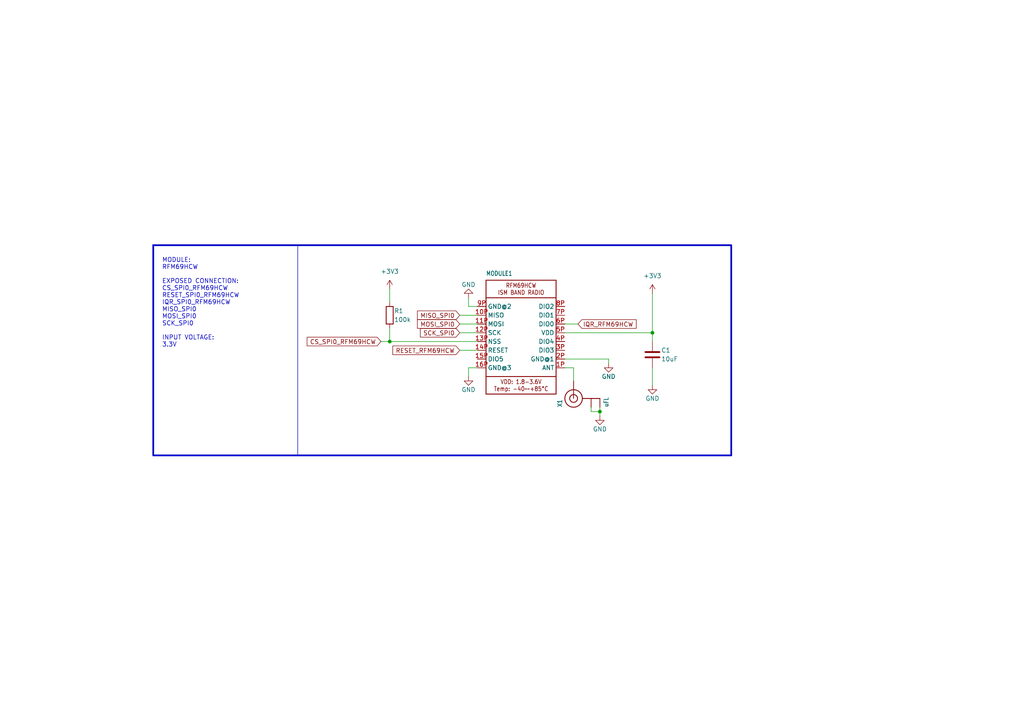
<source format=kicad_sch>
(kicad_sch (version 20230121) (generator eeschema)
  (paper "A4")
  (lib_symbols
    (symbol "Adafruit Feather 32u4 RFMxx-eagle-import:microbuilder_ANTENNA_U.FL"
      (property "Reference" "X" (at -2.54 3.302 0))
      (symbol "microbuilder_ANTENNA_U.FL_1_0"
        (polyline (pts (xy 0 -2.54) (xy 0 -7.62)) (stroke (width 0.254)))
        (circle (center 0 0) (radius 1.1359) (stroke (width 0.254)))
        (circle (center 0 0) (radius 2.54) (stroke (width 0.254)))
        (pin passive line (at -2.54 -5.08 0) (length 2.54) (name "GND@0") (number "1"))
        (pin passive line (at -2.54 -7.62 0) (length 2.54) (name "GND@1") (number "2"))
        (pin passive line (at 5.08 0 180) (length 5.08) (name "SIGNAL") (number "3"))
      )
    )
    (symbol "Adafruit Feather 32u4 RFMxx-eagle-import:microbuilder_RFM69HCW_SMT"
      (property "Reference" "U" (at -10.16 17.78 0))
      (symbol "microbuilder_RFM69HCW_SMT_1_0"
        (polyline (pts (xy -10.16 -17.78) (xy 10.16 -17.78)) (stroke (width 0.254)))
        (polyline (pts (xy -10.16 -12.7) (xy -10.16 -17.78)) (stroke (width 0.254)))
        (polyline (pts (xy -10.16 -12.7) (xy -10.16 10.16)) (stroke (width 0.254)))
        (polyline (pts (xy -10.16 10.16) (xy -10.16 15.24)) (stroke (width 0.254)))
        (polyline (pts (xy -10.16 10.16) (xy 10.16 10.16)) (stroke (width 0.254)))
        (polyline (pts (xy -10.16 15.24) (xy 10.16 15.24)) (stroke (width 0.254)))
        (polyline (pts (xy 10.16 -17.78) (xy 10.16 -12.7)) (stroke (width 0.254)))
        (polyline (pts (xy 10.16 -12.7) (xy -10.16 -12.7)) (stroke (width 0.254)))
        (polyline (pts (xy 10.16 10.16) (xy 10.16 -12.7)) (stroke (width 0.254)))
        (polyline (pts (xy 10.16 15.24) (xy 10.16 10.16)) (stroke (width 0.254)))
        (text "RFM69HCW\nISM BAND RADIO" (at 0 12.7 0) (effects (font (size 1.27 1.0795))))
        (text "VDD: 1.8-3.6V\nTemp: -40~~+85°C" (at 0 -15.24 0) (effects (font (size 1.27 1.0795))))
        (pin output line (at -12.7 5.08 0) (length 2.54) (name "MISO") (number "10P"))
        (pin input line (at -12.7 2.54 0) (length 2.54) (name "MOSI") (number "11P"))
        (pin input line (at -12.7 0 0) (length 2.54) (name "SCK") (number "12P"))
        (pin input line (at -12.7 -2.54 0) (length 2.54) (name "NSS") (number "13P"))
        (pin input line (at -12.7 -5.08 0) (length 2.54) (name "RESET") (number "14P"))
        (pin bidirectional line (at -12.7 -7.62 0) (length 2.54) (name "DIO5") (number "15P"))
        (pin power_in line (at -12.7 -10.16 0) (length 2.54) (name "GND@3") (number "16P"))
        (pin bidirectional line (at 12.7 -10.16 180) (length 2.54) (name "ANT") (number "1P"))
        (pin power_in line (at 12.7 -7.62 180) (length 2.54) (name "GND@1") (number "2P"))
        (pin bidirectional line (at 12.7 -5.08 180) (length 2.54) (name "DIO3") (number "3P"))
        (pin bidirectional line (at 12.7 -2.54 180) (length 2.54) (name "DIO4") (number "4P"))
        (pin power_in line (at 12.7 0 180) (length 2.54) (name "VDD") (number "5P"))
        (pin bidirectional line (at 12.7 2.54 180) (length 2.54) (name "DIO0") (number "6P"))
        (pin bidirectional line (at 12.7 5.08 180) (length 2.54) (name "DIO1") (number "7P"))
        (pin bidirectional line (at 12.7 7.62 180) (length 2.54) (name "DIO2") (number "8P"))
        (pin power_in line (at -12.7 7.62 0) (length 2.54) (name "GND@2") (number "9P"))
      )
    )
    (symbol "Device:C" (pin_numbers hide) (pin_names (offset 0.254))
      (property "Reference" "C" (at 0.635 2.54 0))
      (property "Value" "C" (at 0.635 -2.54 0))
      (symbol "C_0_1"
        (polyline (pts (xy -2.032 -0.762) (xy 2.032 -0.762)) (stroke (width 0.508)))
        (polyline (pts (xy -2.032 0.762) (xy 2.032 0.762)) (stroke (width 0.508)))
      )
      (symbol "C_1_1"
        (pin passive line (at 0 3.81 270) (length 2.794) (name "~") (number "1"))
        (pin passive line (at 0 -3.81 90) (length 2.794) (name "~") (number "2"))
      )
    )
    (symbol "Device:R" (pin_numbers hide) (pin_names (offset 0))
      (property "Reference" "R" (at 2.032 0 90))
      (property "Value" "R" (at 0 0 90))
      (symbol "R_0_1"
        (rectangle (start -1.016 -2.54) (end 1.016 2.54) (stroke (width 0.254)))
      )
      (symbol "R_1_1"
        (pin passive line (at 0 3.81 270) (length 1.27) (name "~") (number "1"))
        (pin passive line (at 0 -3.81 90) (length 1.27) (name "~") (number "2"))
      )
    )
    (symbol "power:+3V3" (power) (pin_names (offset 0))
      (property "Value" "+3V3" (at 0 3.556 0))
      (symbol "+3V3_0_1"
        (polyline (pts (xy -0.762 1.27) (xy 0 2.54)))
        (polyline (pts (xy 0 0) (xy 0 2.54)))
        (polyline (pts (xy 0 2.54) (xy 0.762 1.27)))
      )
      (symbol "+3V3_1_1"
        (pin power_in line (at 0 0 90) (length 0) hide (name "+3V3") (number "1"))
      )
    )
    (symbol "power:GND" (power) (pin_names (offset 0))
      (property "Value" "GND" (at 0 -3.81 0))
      (symbol "GND_0_1"
        (polyline (pts (xy 0 0) (xy 0 -1.27) (xy 1.27 -1.27) (xy 0 -2.54) (xy -1.27 -1.27) (xy 0 -1.27)))
      )
      (symbol "GND_1_1"
        (pin power_in line (at 0 0 270) (length 0) hide (name "GND") (number "1"))
      )
    )
  )
  (junction (at 189.23 96.52))
  (junction (at 113.03 99.06))
  (junction (at 173.99 119.38))
  (wire (pts (xy 113.03 99.06) (xy 138.43 99.06)) (stroke (width 0.1524)))
  (wire (pts (xy 171.45 119.38) (xy 173.99 119.38)))
  (wire (pts (xy 163.83 106.68) (xy 166.37 106.68)))
  (wire (pts (xy 113.03 85.09) (xy 113.03 83.82)) (stroke (width 0.1524)))
  (wire (pts (xy 133.35 101.6) (xy 138.43 101.6)))
  (wire (pts (xy 138.43 88.9) (xy 135.89 88.9)) (stroke (width 0.1524)))
  (wire (pts (xy 189.23 96.52) (xy 189.23 99.06)) (stroke (width 0.1524)))
  (wire (pts (xy 163.83 96.52) (xy 189.23 96.52)) (stroke (width 0.1524)))
  (wire (pts (xy 113.03 95.25) (xy 113.03 99.06)) (stroke (width 0.1524)))
  (wire (pts (xy 163.83 104.14) (xy 176.53 104.14)) (stroke (width 0.1524)))
  (wire (pts (xy 173.99 118.11) (xy 173.99 119.38)))
  (wire (pts (xy 110.49 99.06) (xy 113.03 99.06)) (stroke (width 0.1524)))
  (wire (pts (xy 171.45 118.11) (xy 171.45 119.38)))
  (wire (pts (xy 135.89 86.36) (xy 135.89 88.9)) (stroke (width 0.1524)))
  (wire (pts (xy 173.99 119.38) (xy 173.99 120.65)))
  (wire (pts (xy 138.43 106.68) (xy 135.89 106.68)) (stroke (width 0.1524)))
  (wire (pts (xy 166.37 106.68) (xy 166.37 110.49)))
  (wire (pts (xy 135.89 106.68) (xy 135.89 109.22)))
  (wire (pts (xy 133.35 96.52) (xy 138.43 96.52)))
  (wire (pts (xy 133.35 91.44) (xy 138.43 91.44)))
  (wire (pts (xy 189.23 106.68) (xy 189.23 111.76)) (stroke (width 0.1524)))
  (wire (pts (xy 163.83 93.98) (xy 167.64 93.98)))
  (wire (pts (xy 113.03 85.09) (xy 113.03 87.63)))
  (wire (pts (xy 189.23 96.52) (xy 189.23 85.09)) (stroke (width 0.1524)))
  (wire (pts (xy 176.53 104.14) (xy 176.53 105.41)))
  (wire (pts (xy 133.35 93.98) (xy 138.43 93.98)))
  (rectangle (start 44.45 71.12) (end 212.09 132.08) (stroke (width 0.5)))
  (rectangle (start 44.45 71.12) (end 86.36 132.08))
  (text "MODULE:\nRFM69HCW\n\nEXPOSED CONNECTION: \nCS_SPI0_RFM69HCW\nRESET_SPI0_RFM69HCW\nIQR_SPI0_RFM69HCW\nMISO_SPI0\nMOSI_SPI0\nSCK_SPI0\n\nINPUT VOLTAGE:\n3.3V\n\n" (at 46.99 102.87 0) (effects (font (size 1.27 1.27)) (justify left bottom)))
  (global_label "IQR_RFM69HCW" (shape input) (at 167.64 93.98 0) (property "Intersheetrefs" "${INTERSHEET_REFS}" (effects hide)))
  (global_label "MISO_SPI0" (shape input) (at 133.35 91.44 180) (property "Intersheetrefs" "${INTERSHEET_REFS}" (effects hide)))
  (global_label "SCK_SPI0" (shape input) (at 133.35 96.52 180) (property "Intersheetrefs" "${INTERSHEET_REFS}" (effects hide)))
  (global_label "MOSI_SPI0" (shape input) (at 133.35 93.98 180) (property "Intersheetrefs" "${INTERSHEET_REFS}" (effects hide)))
  (global_label "RESET_RFM69HCW" (shape input) (at 133.35 101.6 180) (property "Intersheetrefs" "${INTERSHEET_REFS}" (effects hide)))
  (global_label "CS_SPI0_RFM69HCW" (shape input) (at 110.49 99.06 180) (property "Intersheetrefs" "${INTERSHEET_REFS}" (effects hide)))
  (symbol (lib_id "Device:R") (at 113.03 91.44 0) (unit 1)
    (property "Reference" "R1" (at 114.3 90.17 0) (effects (justify left)))
    (property "Value" "100k" (at 114.3 92.71 0) (effects (justify left)))
    (property "Footprint" "Resistor_SMD:R_01005_0402Metric" (effects hide))
  )
  (symbol (lib_id "power:GND") (at 176.53 105.41 0) (unit 1)
    (property "Reference" "#PWR05" (effects hide))
    (property "Value" "GND" (at 176.53 109.22 0))
  )
  (symbol (lib_id "power:GND") (at 173.99 120.65 0) (unit 1)
    (property "Reference" "#PWR04" (effects hide))
    (property "Value" "GND" (at 173.99 124.46 0))
  )
  (symbol (lib_id "Adafruit Feather 32u4 RFMxx-eagle-import:microbuilder_ANTENNA_U.FL") (at 166.37 115.57 90) (unit 1)
    (property "Reference" "X1" (at 163.068 118.11 0) (effects (font (size 1.27 1.0795)) (justify left bottom)))
    (property "Value" "uFL" (at 176.53 118.11 0) (effects (font (size 1.27 1.0795)) (justify left bottom)))
    (property "Footprint" "Adafruit Feather 32u4 RFMxx:U.FL" (effects hide))
  )
  (symbol (lib_id "power:GND") (at 135.89 86.36 180) (unit 1)
    (property "Reference" "#PWR02" (effects hide))
    (property "Value" "GND" (at 135.89 82.55 0))
  )
  (symbol (lib_id "power:GND") (at 135.89 109.22 0) (unit 1)
    (property "Reference" "#PWR03" (effects hide))
    (property "Value" "GND" (at 135.89 113.03 0))
  )
  (symbol (lib_id "Adafruit Feather 32u4 RFMxx-eagle-import:microbuilder_RFM69HCW_SMT") (at 151.13 96.52 0) (unit 1)
    (property "Reference" "MODULE1" (at 140.97 80.01 0) (effects (font (size 1.27 1.0795)) (justify left bottom)))
    (property "Value" "RFM69HCW_SMT" (effects hide))
    (property "Footprint" "Adafruit Feather 32u4 RFMxx:RFMHCW_SMT" (effects hide))
  )
  (symbol (lib_id "power:+3V3") (at 189.23 85.09 0) (unit 1)
    (property "Reference" "#PWR06" (effects hide))
    (property "Value" "+3V3" (at 189.23 80.01 0))
  )
  (symbol (lib_id "Device:C") (at 189.23 102.87 0) (unit 1)
    (property "Reference" "C1" (at 191.77 101.6 0) (effects (justify left)))
    (property "Value" "10uF" (at 191.77 104.14 0) (effects (justify left)))
    (property "Footprint" "Capacitor_SMD:C_0402_1005Metric" (effects hide))
  )
  (symbol (lib_id "power:+3V3") (at 113.03 83.82 0) (unit 1)
    (property "Reference" "#PWR01" (effects hide))
    (property "Value" "+3V3" (at 113.03 78.74 0))
  )
  (symbol (lib_id "power:GND") (at 189.23 111.76 0) (unit 1)
    (property "Reference" "#PWR07" (effects hide))
    (property "Value" "GND" (at 189.23 115.57 0))
  )
)
</source>
